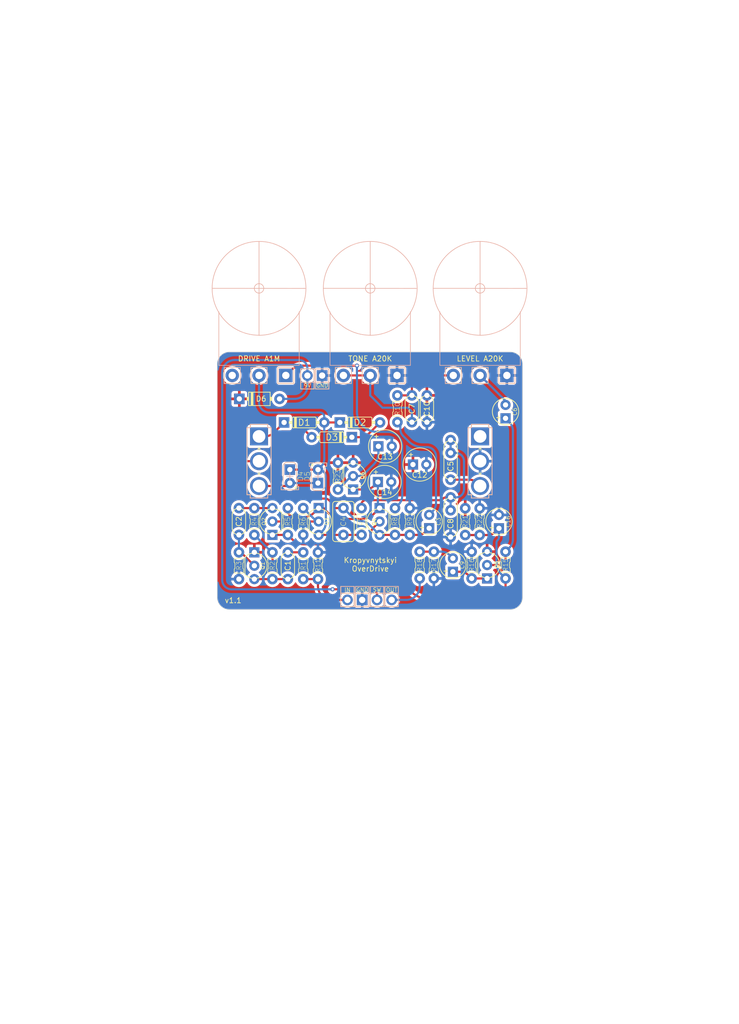
<source format=kicad_pcb>
(kicad_pcb (version 20221018) (generator pcbnew)
  (title_block (title "Kropyvnytskyi Overdrive") (date "2022-11-13") (rev "1.0") (company "Drunk Beaver / Vitalii Bobrov"))
  (layers (0 "F.Cu" signal) (31 "B.Cu" signal) (34 "B.Paste" user) (35 "F.Paste" user) (36 "B.SilkS" user "B.Silkscreen") (37 "F.SilkS" user "F.Silkscreen") (38 "B.Mask" user) (39 "F.Mask" user) (44 "Edge.Cuts" user))
  (net 0 "")
  (net 1 "Net-(C1-Pad1)")
  (net 2 "Net-(Q1-G)")
  (net 3 "Net-(Q1-S)")
  (net 4 "Net-(Q2-G)")
  (net 5 "Net-(Q4-C)")
  (net 6 "Net-(C3-Pad2)")
  (net 7 "Net-(D1-A)")
  (net 8 "Net-(C5-Pad1)")
  (net 9 "Net-(SW2-C)")
  (net 10 "Net-(Q5-B)")
  (net 11 "Net-(C6-Pad2)")
  (net 12 "Net-(C7-Pad1)")
  (net 13 "GND")
  (net 14 "Net-(Q5-E)")
  (net 15 "Net-(C9-Pad2)")
  (net 16 "VA")
  (net 17 "Net-(Q6-B)")
  (net 18 "VC")
  (net 19 "VB")
  (net 20 "Net-(D1-K)")
  (net 21 "Net-(D2-A)")
  (net 22 "Net-(D4-A)")
  (net 23 "Net-(D6-A)")
  (net 24 "Net-(H1-Pad1)")
  (net 25 "Net-(H3-Pad1)")
  (net 26 "Net-(Q2-D)")
  (net 27 "Net-(Q2-S)")
  (net 28 "Net-(R8-Pad2)")
  (net 29 "Net-(C7-Pad2)")
  (footprint "diodes:DO35-3" (layer "F.Cu") (at 98.2472 113.1824 180)
    (fp_text reference "D3" (at 0 0) (layer "F.SilkS") (effects (font (size 1.2065 1.2065) (thickness 0.1524))))
    (fp_text value "1N4148" hide)
    (pad "1" thru_hole rect (at -3.81 0 180) (size 2 2) (drill 1) (layers "*.Cu" "*.Mask") (net 21 "Net-(D2-A)"))
    (pad "2" thru_hole oval (at 3.81 0 180) (size 2 2) (drill 1) (layers "*.Cu" "*.Mask") (net 20 "Net-(D1-K)"))
  )
  (footprint "potentiometers:16MM_B.MOUNT_BANZAI" (layer "F.Cu") (at 126.365 101.473)
    (fp_text reference "RV1" hide)
    (fp_text value "LEVEL A20K" (at 0 -3.175) (layer "F.SilkS"))
    (pad "1" thru_hole rect (at 5.08 0 180) (size 2.54 2.54) (drill 1.4) (layers "*.Cu" "*.Mask") (net 13 "GND"))
    (pad "2" thru_hole oval (at 0 0 180) (size 2.54 2.54) (drill 1.4) (layers "*.Cu" "*.Mask") (net 11 "Net-(C6-Pad2)"))
    (pad "3" thru_hole oval (at -5.08 0 180) (size 2.54 2.54) (drill 1.4) (layers "*.Cu" "*.Mask") (net 12 "Net-(C7-Pad1)"))
  )
  (footprint "supply_pins:PAD3" (layer "F.Cu") (at 104.013 144.018 180)
    (fp_text reference "H10" hide)
    (fp_text value "GND" (at 0 1.905) (layer "F.SilkS") (effects (font (size 0.75 0.75) (thickness 0.1))))
    (pad "1" thru_hole rect (at 0 0 180) (size 2.032 2.032) (drill 1.2) (layers "*.Cu" "*.Mask") (net 13 "GND"))
  )
  (footprint "caps-elec:0632" (layer "F.Cu") (at 108.2548 121.666)
    (fp_text reference "C14" (at 0 1.9685) (layer "F.SilkS"))
    (fp_text value "200u" hide)
    (pad "1" thru_hole rect (at -1.27 0) (size 1.9304 1.9304) (drill 1) (layers "*.Cu" "*.Mask") (net 18 "VC"))
    (pad "2" thru_hole oval (at 1.27 0) (size 1.9304 1.9304) (drill 1) (layers "*.Cu" "*.Mask") (net 13 "GND"))
  )
  (footprint "diodes:DO35-3" (layer "F.Cu") (at 103.5812 110.3884)
    (fp_text reference "D2" (at 0 0) (layer "F.SilkS") (effects (font (size 1.2065 1.2065) (thickness 0.1524))))
    (fp_text value "1N4148" hide)
    (pad "1" thru_hole rect (at -3.81 0) (size 2 2) (drill 1) (layers "*.Cu" "*.Mask") (net 7 "Net-(D1-A)"))
    (pad "2" thru_hole oval (at 3.81 0) (size 2 2) (drill 1) (layers "*.Cu" "*.Mask") (net 21 "Net-(D2-A)"))
  )
  (footprint "resistors:0.2_22" (layer "F.Cu") (at 117.602 137.414 -90)
    (fp_text reference "R17" (at 0 0 90) (layer "F.SilkS") (effects (font (size 0.86868 0.86868) (thickness 0.073152))))
    (fp_text value "100k" hide)
    (pad "1" thru_hole oval (at -2.54 0 270) (size 2 2) (drill 1) (layers "*.Cu" "*.Mask") (net 15 "Net-(C9-Pad2)"))
    (pad "2" thru_hole oval (at 2.54 0 270) (size 2 2) (drill 1) (layers "*.Cu" "*.Mask") (net 13 "GND"))
  )
  (footprint "resistors:0.2_22" (layer "F.Cu") (at 89.916 129.159 -90)
    (fp_text reference "R5" (at 0 0 90) (layer "F.SilkS") (effects (font (size 0.86868 0.86868) (thickness 0.073152))))
    (fp_text value "2k2" hide)
    (pad "1" thru_hole oval (at -2.54 0 270) (size 2 2) (drill 1) (layers "*.Cu" "*.Mask") (net 18 "VC"))
    (pad "2" thru_hole oval (at 2.54 0 270) (size 2 2) (drill 1) (layers "*.Cu" "*.Mask") (net 26 "Net-(Q2-D)"))
  )
  (footprint "transistors-FET:TO92" (layer "F.Cu") (at 83.566 137.541 -90)
    (fp_text reference "Q1" (at 0 -1.5875 90) (layer "F.SilkS") (effects (font (size 0.75 0.75) (thickness 0.1))))
    (fp_text value "J113" hide)
    (pad "1" thru_hole rect (at -2.54 0 270) (size 1.9304 1.9304) (drill 1) (layers "*.Cu" "*.Mask") (net 16 "VA"))
    (pad "2" thru_hole oval (at 0 0 270) (size 1.9304 1.9304) (drill 1) (layers "*.Cu" "*.Mask") (net 3 "Net-(Q1-S)"))
    (pad "3" thru_hole oval (at 2.54 0 270) (size 1.9304 1.9304) (drill 1) (layers "*.Cu" "*.Mask") (net 2 "Net-(Q1-G)"))
  )
  (footprint "logo:drunk_beaver_logo_outline" (layer "F.Cu") (at 121.9708 107.5436)
    (fp_text reference "G***" hide)
    (fp_text value "LOGO" hide)
  )
  (footprint "caps-film:0.2%22.MED" (layer "F.Cu") (at 100.457 129.159 90)
    (fp_text reference "C4" (at 0 0 90) (layer "F.SilkS") (effects (font (size 0.9652 0.9652) (thickness 0.08128))))
    (fp_text value "100p" hide)
    (pad "1" thru_hole oval (at -2.54 0 90) (size 2 2) (drill 1) (layers "*.Cu" "*.Mask") (net 7 "Net-(D1-A)"))
    (pad "2" thru_hole oval (at 2.54 0 90) (size 2 2) (drill 1) (layers "*.Cu" "*.Mask") (net 5 "Net-(Q4-C)"))
  )
  (footprint "transistors-BJT:TO92" (layer "F.Cu") (at 107.315 129.159 -90)
    (fp_text reference "Q4" (at 0.889 1.397 90) (layer "F.SilkS") (effects (font (size 0.7 0.7)) (justify left top)))
    (fp_text value "BC560C" hide)
    (pad "1" thru_hole oval (at 2.54 0 90) (size 1.9304 1.9304) (drill 1) (layers "*.Cu" "*.Mask") (net 5 "Net-(Q4-C)"))
    (pad "2" thru_hole oval (at 0 0 90) (size 1.9304 1.9304) (drill 1) (layers "*.Cu" "*.Mask") (net 26 "Net-(Q2-D)"))
    (pad "3" thru_hole rect (at -2.54 0 90) (size 1.9304 1.9304) (drill 1) (layers "*.Cu" "*.Mask") (net 18 "VC"))
  )
  (footprint "logo:drunk-beaver-text-bebas" (layer "F.Cu") (at 105.6132 134.7216)
    (fp_text reference "G***" hide)
    (fp_text value "LOGO" hide)
  )
  (footprint "potentiometers:16MM_B.MOUNT_BANZAI" (layer "F.Cu") (at 105.537 101.473)
    (fp_text reference "RV3" hide)
    (fp_text value "TONE A20K" (at 0 -3.175) (layer "F.SilkS"))
    (pad "1" thru_hole rect (at 5.08 0 180) (size 2.54 2.54) (drill 1.4) (layers "*.Cu" "*.Mask") (net 13 "GND"))
    (pad "2" thru_hole oval (at 0 0 180) (size 2.54 2.54) (drill 1.4) (layers "*.Cu" "*.Mask") (net 29 "Net-(C7-Pad2)"))
    (pad "3" thru_hole oval (at -5.08 0 180) (size 2.54 2.54) (drill 1.4) (layers "*.Cu" "*.Mask") (net 29 "Net-(C7-Pad2)"))
  )
  (footprint "diodes:3MM_1" (layer "F.Cu") (at 90.297 120.5992 -90)
    (fp_text reference "D4" (at 0 -2.032 90) (layer "F.SilkS") (effects (font (size 0.9652 0.9652) (thickness 0.08128))))
    (fp_text value "LED" hide)
    (fp_text user "+" (at 2.159 -1.143 90) (layer "F.SilkS") (effects (font (size 0.6 0.6))))
    (pad "1" thru_hole rect (at -1.27 0 270) (size 2 2) (drill 1) (layers "*.Cu" "*.Mask") (net 7 "Net-(D1-A)"))
    (pad "2" thru_hole oval (at 1.27 0 270) (size 2 2) (drill 1) (layers "*.Cu" "*.Mask") (net 22 "Net-(D4-A)"))
  )
  (footprint "caps-film:0.2_22_7_5.SML" (layer "F.Cu") (at 120.777 129.5654 -90)
    (fp_text reference "C8" (at 0 0 90) (layer "F.SilkS"))
    (fp_text value "220n" hide)
    (pad "1" thru_hole oval (at -4.9784 0 270) (size 2 2) (drill 1) (layers "*.Cu" "*.Mask") (net 8 "Net-(C5-Pad1)"))
    (pad "1" thru_hole oval (at -2.54 0 270) (size 2 2) (drill 1) (layers "*.Cu" "*.Mask") (net 8 "Net-(C5-Pad1)"))
    (pad "2" thru_hole oval (at 2.54 0 270) (size 2 2) (drill 1) (layers "*.Cu" "*.Mask") (net 13 "GND"))
  )
  (footprint "caps-film:0.2_22.SML" (layer "F.Cu") (at 113.4364 107.7976 -90)
    (fp_text reference "C7" (at 0 0 90) (layer "F.SilkS"))
    (fp_text value "47n" hide)
    (pad "1" thru_hole oval (at -2.54 0 270) (size 2 2) (drill 1) (layers "*.Cu" "*.Mask") (net 12 "Net-(C7-Pad1)"))
    (pad "2" thru_hole oval (at 2.54 0 270) (size 2 2) (drill 1) (layers "*.Cu" "*.Mask") (net 29 "Net-(C7-Pad2)"))
  )
  (footprint "resistors:0.2_22" (layer "F.Cu") (at 99.4156 120.5484 -90)
    (fp_text reference "R23" (at 0 0 90) (layer "F.SilkS") (effects (font (size 0.86868 0.86868) (thickness 0.073152))))
    (fp_text value "4k7" hide)
    (pad "1" thru_hole oval (at -2.54 0 270) (size 2 2) (drill 1) (layers "*.Cu" "*.Mask") (net 16 "VA"))
    (pad "2" thru_hole oval (at 2.54 0 270) (size 2 2) (drill 1) (layers "*.Cu" "*.Mask") (net 17 "Net-(Q6-B)"))
  )
  (footprint "caps-film:0.2_22_7_5.SML" (layer "F.Cu") (at 120.777 118.6942 -90)
    (fp_text reference "C5" (at 0 0 90) (layer "F.SilkS"))
    (fp_text value "220n" hide)
    (pad "1" thru_hole oval (at -4.9784 0 270) (size 2 2) (drill 1) (layers "*.Cu" "*.Mask") (net 8 "Net-(C5-Pad1)"))
    (pad "1" thru_hole oval (at -2.54 0 270) (size 2 2) (drill 1) (layers "*.Cu" "*.Mask") (net 8 "Net-(C5-Pad1)"))
    (pad "2" thru_hole oval (at 2.54 0 270) (size 2 2) (drill 1) (layers "*.Cu" "*.Mask") (net 9 "Net-(SW2-C)"))
  )
  (footprint "switches:125B" (layer "F.Cu") (at 105.41 127.381)
    (fp_text reference "" (at 0 0) (layer "F.SilkS") (effects (font (size 1.524 1.524))))
    (fp_text value "" (at 0 0) (layer "F.SilkS") (effects (font (size 1.524 1.524))))
  )
  (footprint "resistors:0.2_22" (layer "F.Cu") (at 110.236 129.159 90)
    (fp_text reference "R8" (at 0 0 90) (layer "F.SilkS") (effects (font (size 0.86868 0.86868) (thickness 0.073152))))
    (fp_text value "10k" hide)
    (pad "1" thru_hole oval (at -2.54 0 90) (size 2 2) (drill 1) (layers "*.Cu" "*.Mask") (net 5 "Net-(Q4-C)"))
    (pad "2" thru_hole oval (at 2.54 0 90) (size 2 2) (drill 1) (layers "*.Cu" "*.Mask") (net 28 "Net-(R8-Pad2)"))
  )
  (footprint "diodes:DO41-3" (layer "F.Cu") (at 84.5312 105.918)
    (fp_text reference "D6" (at 0.3175 0) (layer "F.SilkS"))
    (fp_text value "1N5817" hide)
    (pad "1" thru_hole rect (at -3.81 0) (size 2 2) (drill 1) (layers "*.Cu" "*.Mask") (net 16 "VA"))
    (pad "2" thru_hole oval (at 3.81 0) (size 2 2) (drill 1) (layers "*.Cu" "*.Mask") (net 23 "Net-(D6-A)"))
  )
  (footprint "resistors:0.2_22" (layer "F.Cu") (at 80.645 137.541 -90)
    (fp_text reference "R3" (at 0 0 90) (layer "F.SilkS") (effects (font (size 0.86868 0.86868) (thickness 0.073152))))
    (fp_text value "10k" hide)
    (pad "1" thru_hole oval (at -2.54 0 270) (size 2 2) (drill 1) (layers "*.Cu" "*.Mask") (net 3 "Net-(Q1-S)"))
    (pad "2" thru_hole oval (at 2.54 0 270) (size 2 2) (drill 1) (layers "*.Cu" "*.Mask") (net 13 "GND"))
  )
  (footprint "switches:SPDT.LUGS" (layer "F.Cu") (at 84.455 117.729)
    (fp_text reference "SW1" hide)
    (fp_text value "CLIP" hide)
    (pad "1" thru_hole rect locked (at 0 -4.699) (size 3.416 3.416) (drill 2.4) (layers "*.Cu" "*.Mask") (net 20 "Net-(D1-K)"))
    (pad "2" thru_hole oval locked (at 0 0) (size 3.416 3.416) (drill 2.4) (layers "*.Cu" "*.Mask") (net 5 "Net-(Q4-C)"))
    (pad "3" thru_hole oval locked (at 0 4.699) (size 3.416 3.416) (drill 2.4) (layers "*.Cu" "*.Mask") (net 22 "Net-(D4-A)"))
  )
  (footprint "resistors:0.2_22" (layer "F.Cu") (at 110.6932 107.7976 90)
    (fp_text reference "R10" (at 0 0 90) (layer "F.SilkS") (effects (font (size 0.86868 0.86868) (thickness 0.073152))))
    (fp_text value "10k" hide)
    (pad "1" thru_hole oval (at -2.54 0 90) (size 2 2) (drill 1) (layers "*.Cu" "*.Mask") (net 6 "Net-(C3-Pad2)"))
    (pad "2" thru_hole oval (at 2.54 0 90) (size 2 2) (drill 1) (layers "*.Cu" "*.Mask") (net 12 "Net-(C7-Pad1)"))
  )
  (footprint "resistors:0.2_22" (layer "F.Cu") (at 103.886 129.159 90)
    (fp_text reference "R7" (at 0 0 90) (layer "F.SilkS") (effects (font (size 0.86868 0.86868) (thickness 0.073152))))
    (fp_text value "1k" hide)
    (pad "1" thru_hole oval (at -2.54 0 90) (size 2 2) (drill 1) (layers "*.Cu" "*.Mask") (net 7 "Net-(D1-A)"))
    (pad "2" thru_hole oval (at 2.54 0 90) (size 2 2) (drill 1) (layers "*.Cu" "*.Mask") (net 8 "Net-(C5-Pad1)"))
  )
  (footprint "resistors:0.2_22" (layer "F.Cu") (at 83.566 129.159 90)
    (fp_text reference "R4" (at 0 0 90) (layer "F.SilkS") (effects (font (size 0.86868 0.86868) (thickness 0.073152))))
    (fp_text value "100k" hide)
    (pad "1" thru_hole oval (at -2.54 0 90) (size 2 2) (drill 1) (layers "*.Cu" "*.Mask") (net 19 "VB"))
    (pad "2" thru_hole oval (at 2.54 0 90) (size 2 2) (drill 1) (layers "*.Cu" "*.Mask") (net 4 "Net-(Q2-G)"))
  )
  (footprint "resistors:0.2_22" (layer "F.Cu") (at 123.5456 129.1844 -90)
    (fp_text reference "R21" (at 0 0 90) (layer "F.SilkS") (effects (font (size 0.86868 0.86868) (thickness 0.073152))))
    (fp_text value "10k" hide)
    (pad "1" thru_hole oval (at -2.54 0 270) (size 2 2) (drill 1) (layers "*.Cu" "*.Mask") (net 16 "VA"))
    (pad "2" thru_hole oval (at 2.54 0 270) (size 2 2) (drill 1) (layers "*.Cu" "*.Mask") (net 19 "VB"))
  )
  (footprint "caps-elec:0502" (layer "F.Cu") (at 116.713 129.159 90)
    (fp_text reference "C3" (at 0 1.778 90) (layer "F.SilkS") (effects (font (size 0.77216 0.77216) (thickness 0.097536))))
    (fp_text value "1u" hide)
    (pad "1" thru_hole rect (at -1.27 0 90) (size 1.9304 1.9304) (drill 1) (layers "*.Cu" "*.Mask") (net 5 "Net-(Q4-C)"))
    (pad "2" thru_hole oval (at 1.27 0 90) (size 1.9304 1.9304) (drill 1) (layers "*.Cu" "*.Mask") (net 6 "Net-(C3-Pad2)"))
  )
  (footprint "caps-elec:0632" (layer "F.Cu") (at 108.3564 114.9096)
    (fp_text reference "C13" (at 0 1.9685) (layer "F.SilkS"))
    (fp_text value "100u" hide)
    (pad "1" thru_hole rect (at -1.27 0) (size 1.9304 1.9304) (drill 1) (layers "*.Cu" "*.Mask") (net 17 "Net-(Q6-B)"))
    (pad "2" thru_hole oval (at 1.27 0) (size 1.9304 1.9304) (drill 1) (layers "*.Cu" "*.Mask") (net 13 "GND"))
  )
  (footprint "caps-elec:0502" (layer "F.Cu") (at 131.191 108.331 90)
    (fp_text reference "C6" (at 0 1.778 90) (layer "F.SilkS") (effects (font (size 0.77216 0.77216) (thickness 0.097536))))
    (fp_text value "1u" hide)
    (pad "1" thru_hole rect (at -1.27 0 90) (size 1.9304 1.9304) (drill 1) (layers "*.Cu" "*.Mask") (net 10 "Net-(Q5-B)"))
    (pad "2" thru_hole oval (at 1.27 0 90) (size 1.9304 1.9304) (drill 1) (layers "*.Cu" "*.Mask") (net 11 "Net-(C6-Pad2)"))
  )
  (footprint "resistors:0.2_22" (layer "F.Cu") (at 86.995 137.541 -90)
    (fp_text reference "R2" (at 0 0 90) (layer "F.SilkS") (effects (font (size 0.86868 0.86868) (thickness 0.073152))))
    (fp_text value "1M" hide)
    (pad "1" thru_hole oval (at -2.54 0 270) (size 2 2) (drill 1) (layers "*.Cu" "*.Mask") (net 19 "VB"))
    (pad "2" thru_hole oval (at 2.54 0 270) (size 2 2) (drill 1) (layers "*.Cu" "*.Mask") (net 2 "Net-(Q1-G)"))
  )
  (footprint "resistors:0.2_22" (layer "F.Cu") (at 95.631 137.541 90)
    (fp_text reference "R11" (at 0 0 90) (layer "F.SilkS") (effects (font (size 0.86868 0.86868) (thickness 0.073152))))
    (fp_text value "2M2" hide)
    (pad "1" thru_hole oval (at -2.54 0 90) (size 2 2) (drill 1) (layers "*.Cu" "*.Mask") (net 24 "Net-(H1-Pad1)"))
    (pad "2" thru_hole oval (at 2.54 0 90) (size 2 2) (drill 1) (layers "*.Cu" "*.Mask") (net 13 "GND"))
  )
  (footprint "resistors:0.2_22" (layer "F.Cu") (at 113.03 129.159 90)
    (fp_text reference "R9" (at 0 0 90) (layer "F.SilkS") (effects (font (size 0.86868 0.86868) (thickness 0.073152))))
    (fp_text value "2k2" hide)
    (pad "1" thru_hole oval (at -2.54 0 90) (size 2 2) (drill 1) (layers "*.Cu" "*.Mask") (net 5 "Net-(Q4-C)"))
    (pad "2" thru_hole oval (at 2.54 0 90) (size 2 2) (drill 1) (layers "*.Cu" "*.Mask") (net 13 "GND"))
  )
  (footprint "caps-film:0.2_22.SML" (layer "F.Cu") (at 89.916 137.541 -90)
    (fp_text reference "C1" (at 0 0 90) (layer "F.SilkS"))
    (fp_text value "47n" hide)
    (pad "1" thru_hole oval (at -2.54 0 270) (size 2 2) (drill 1) (layers "*.Cu" "*.Mask") (net 1 "Net-(C1-Pad1)"))
    (pad "2" thru_hole oval (at 2.54 0 270) (size 2 2) (drill 1) (layers "*.Cu" "*.Mask") (net 2 "Net-(Q1-G)"))
  )
  (footprint "resistors:0.2_22" (layer "F.Cu") (at 131.191 137.414 90)
    (fp_text reference "R15" (at 0 0 90) (layer "F.SilkS") (effects (font (size 0.86868 0.86868) (thickness 0.073152))))
    (fp_text value "1M" hide)
    (pad "1" thru_hole oval (at -2.54 0 90) (size 2 2) (drill 1) (layers "*.Cu" "*.Mask") (net 19 "VB"))
    (pad "2" thru_hole oval (at 2.54 0 90) (size 2 2) (drill 1) (layers "*.Cu" "*.Mask") (net 10 "Net-(Q5-B)"))
  )
  (footprint "caps-elec:0632" (layer "F.Cu") (at 114.9096 118.364)
    (fp_text reference "C12" (at 0 1.9685) (layer "F.SilkS"))
    (fp_text value "100u" hide)
    (pad "1" thru_hole rect (at -1.27 0) (size 1.9304 1.9304) (drill 1) (layers "*.Cu" "*.Mask") (net 16 "VA"))
    (pad "2" thru_hole oval (at 1.27 0) (size 1.9304 1.9304) (drill 1) (layers "*.Cu" "*.Mask") (net 13 "GND"))
  )
  (footprint "transistors-FET:TO92" (layer "F.Cu") (at 86.995 129.159 90)
    (fp_text reference "Q2" (at 0 -1.5875 90) (layer "F.SilkS") (effects (font (size 0.75 0.75) (thickness 0.1))))
    (fp_text value "J113" hide)
    (pad "1" thru_hole rect (at -2.54 0 90) (size 1.9304 1.9304) (drill 1) (layers "*.Cu" "*.Mask") (net 26 "Net-(Q2-D)"))
    (pad "2" thru_hole oval (at 0 0 90) (size 1.9304 1.9304) (drill 1) (layers "*.Cu" "*.Mask") (net 27 "Net-(Q2-S)"))
    (pad "3" thru_hole oval (at 2.54 0 90) (size 1.9304 1.9304) (drill 1) (layers "*.Cu" "*.Mask") (net 4 "Net-(Q2-G)"))
  )
  (footprint "transistors-FET:TO92" (layer "F.Cu") (at 95.758 129.159 -90)
    (fp_text reference "Q3" (at 0 -1.5875 90) (layer "F.SilkS") (effects (font (size 0.75 0.75) (thickness 0.1))))
    (fp_text value "J113" hide)
    (pad "1" thru_hole rect (at -2.54 0 270) (size 1.9304 1.9304) (drill 1) (layers "*.Cu" "*.Mask") (net 18 "VC"))
    (pad "2" thru_hole oval (at 0 0 270) (size 1.9304 1.9304) (drill 1) (layers "*.Cu" "*.Mask") (net 27 "Net-(Q2-S)"))
    (pad "3" thru_hole oval (at 2.54 0 270) (size 1.9304 1.9304) (drill 1) (layers "*.Cu" "*.Mask") (net 7 "Net-(D1-A)"))
  )
  (footprint "transistors-BJT:TO92" (layer "F.Cu") (at 102.298501 120.5484 90)
    (fp_text reference "Q6" (at 0.889 1.397 90) (layer "F.SilkS") (effects (font (size 0.7 0.7)) (justify right top)))
    (fp_text value "BC547" hide)
    (pad "1" thru_hole oval (at 2.54 0 270) (size 1.9304 1.9304) (drill 1) (layers "*.Cu" "*.Mask") (net 16 "VA"))
    (pad "2" thru_hole oval (at 0 0 270) (size 1.9304 1.9304) (drill 1) (layers "*.Cu" "*.Mask") (net 17 "Net-(Q6-B)"))
    (pad "3" thru_hole rect (at -2.54 0 270) (size 1.9304 1.9304) (drill 1) (layers "*.Cu" "*.Mask") (net 18 "VC"))
  )
  (footprint "supply_pins:PAD3" (layer "F.Cu") (at 96.4184 101.4984)
    (fp_text reference "H7" hide)
    (fp_text value "GND" (at 0 1.905) (layer "F.SilkS") (effects (font (size 0.75 0.75) (thickness 0.1))))
    (pad "1" thru_hole rect (at 0 0) (size 2.032 2.032) (drill 1.2) (layers "*.Cu" "*.Mask") (net 13 "GND"))
  )
  (footprint "resistors:0.2_22" (layer "F.Cu") (at 92.837 137.541 90)
    (fp_text reference "R1" (at 0 0 90) (layer "F.SilkS") (effects (font (size 0.86868 0.86868) (thickness 0.073152))))
    (fp_text value "10k" hide)
    (pad "1" thru_hole oval (at -2.54 0 90) (size 2 2) (drill 1) (layers "*.Cu" "*.Mask") (net 24 "Net-(H1-Pad1)"))
    (pad "2" thru_hole oval (at 2.54 0 90) (size 2 2) (drill 1) (layers "*.Cu" "*.Mask") (net 1 "Net-(C1-Pad1)"))
  )
  (footprint "supply_pins:PAD1" (layer "F.Cu") (at 109.601 144.018 180)
    (fp_text reference "H3" hide)
    (fp_text value "OUT" (at 0 1.905) (layer "F.SilkS") (effects (font (size 0.75 0.75) (thickness 0.1))))
    (pad "1" thru_hole oval (at 0 0 180) (size 2.032 2.032) (drill 1.2) (layers "*.Cu" "*.Mask") (net 25 "Net-(H3-Pad1)"))
  )
  (footprint "supply_pins:PAD1" (layer "F.Cu") (at 106.8324 144.018 180)
    (fp_text reference "H2" hide)
    (fp_text value "SW" (at 0 1.905) (layer "F.SilkS") (effects (font (size 0.75 0.75) (thickness 0.1))))
    (pad "1" thru_hole oval (at 0 0 180) (size 2.032 2.032) (drill 1.2) (layers "*.Cu" "*.Mask") (net 23 "Net-(D6-A)"))
  )
  (footprint "switches:SPDT.LUGS" (layer "F.Cu") (at 126.365 117.729)
    (fp_text reference "SW2" hide)
    (fp_text value "EQ" hide)
    (pad "1" thru_hole rect locked (at 0 -4.699) (size 3.416 3.416) (drill 2.4) (layers "*.Cu" "*.Mask"))
    (pad "2" thru_hole oval locked (at 0 0) (size 3.416 3.416) (drill 2.4) (layers "*.Cu" "*.Mask") (net 13 "GND"))
    (pad "3" thru_hole oval locked (at 0 4.699) (size 3.416 3.416) (drill 2.4) (layers "*.Cu" "*.Mask") (net 9 "Net-(SW2-C)"))
  )
  (footprint "supply_pins:PAD1" (layer "F.Cu") (at 93.6244 101.4984)
    (fp_text reference "H9" hide)
    (fp_text value "9V" (at 0 1.905) (layer "F.SilkS") (effects (font (size 0.75 0.75) (thickness 0.1))))
    (pad "1" thru_hole oval (at 0 0) (size 2.032 2.032) (drill 1.2) (layers "*.Cu" "*.Mask") (net 23 "Net-(D6-A)"))
  )
  (footprint "resistors:0.2_22" (layer "F.Cu") (at 92.837 129.159 -90)
    (fp_text reference "R6" (at 0 0 90) (layer "F.SilkS") (effects (font (size 0.86868 0.86868) (thickness 0.073152))))
    (fp_text value "4k7" hide)
    (pad "1" thru_hole oval (at -2.54 0 270) (size 2 2) (drill 1) (layers "*.Cu" "*.Mask") (net 27 "Net-(Q2-S)"))
    (pad "2" thru_hole oval (at 2.54 0 270) (size 2 2) (drill 1) (layers "*.Cu" "*.Mask") (net 13 "GND"))
  )
  (footprint "supply_pins:PAD1" (layer "F.Cu") (at 101.219 144.018 180)
    (fp_text reference "H1" hide)
    (fp_text value "IN" (at 0 1.905) (layer "F.SilkS") (effects (font (size 0.75 0.75) (thickness 0.1))))
    (pad "1" thru_hole oval (at 0 0 180) (size 2.032 2.032) (drill 1.2) (layers "*.Cu" "*.Mask") (net 24 "Net-(H1-Pad1)"))
  )
  (footprint "potentiometers:16MM_B.MOUNT_BANZAI" (layer "F.Cu") (at 84.455 101.473)
    (fp_text reference "RV2" hide)
    (fp_text value "DRIVE A1M" (at 0 -3.175) (layer "F.SilkS"))
    (pad "1" thru_hole rect locked (at 5.08 0 180) (size 2.54 2.54) (drill 1.4) (layers "*.Cu" "*.Mask") (net 28 "Net-(R8-Pad2)"))
    (pad "2" thru_hole oval locked (at 0 0 180) (size 2.54 2.54) (drill 1.4) (layers "*.Cu" "*.Mask") (net 7 "Net-(D1-A)"))
    (pad "3" thru_hole oval locked (at -5.08 0 180) (size 2.54 2.54) (drill 1.4) (layers "*.Cu" "*.Mask"))
  )
  (footprint "diodes:3MM_1" (layer "F.Cu") (at 95.631 120.5992 90)
    (fp_text reference "D5" (at 0 -2.032 90) (layer "F.SilkS") (effects (font (size 0.9652 0.9652) (thickness 0.08128))))
    (fp_text value "LED" hide)
    (fp_text user "+" (at 2.159 -1.143 90) (layer "F.SilkS") (effects (font (size 0.6 0.6))))
    (pad "1" thru_hole rect (at -1.27 0 90) (size 2 2) (drill 1) (layers "*.Cu" "*.Mask") (net 22 "Net-(D4-A)"))
    (pad "2" thru_hole oval (at 1.27 0 90) (size 2 2) (drill 1) (layers "*.Cu" "*.Mask") (net 7 "Net-(D1-A)"))
  )
  (footprint "resistors:0.2_22" (layer "F.Cu") (at 124.7648 137.414 90)
    (fp_text reference "R16" (at 0 0 90) (layer "F.SilkS") (effects (font (size 0.86868 0.86868) (thickness 0.073152))))
    (fp_text value "10k" hide)
    (pad "1" thru_hole oval (at -2.54 0 90) (size 2 2) (drill 1) (layers "*.Cu" "*.Mask") (net 14 "Net-(Q5-E)"))
    (pad "2" thru_hole oval (at 2.54 0 90) (size 2 2) (drill 1) (layers "*.Cu" "*.Mask") (net 13 "GND"))
  )
  (footprint "resistors:0.2_22" (layer "F.Cu") (at 114.9096 137.414 -90)
    (fp_text reference "R18" (at 0 0 90) (layer "F.SilkS") (effects (font (size 0.86868 0.86868) (thickness 0.073152))))
    (fp_text value "1k" hide)
    (pad "1" thru_hole oval (at -2.54 0 270) (size 2 2) (drill 1) (layers "*.Cu" "*.Mask") (net 15 "Net-(C9-Pad2)"))
    (pad "2" thru_hole oval (at 2.54 0 270) (size 2 2) (drill 1) (layers "*.Cu" "*.Mask") (net 25 "Net-(H3-Pad1)"))
  )
  (footprint "caps-film:0.2_22.SML" (layer "F.Cu") (at 116.2812 107.7976 -90)
    (fp_text reference "C10" (at 0 0 90) (layer "F.SilkS"))
    (fp_text value "100n" hide)
    (pad "1" thru_hole oval (at -2.54 0 270) (size 2 2) (drill 1) (layers "*.Cu" "*.Mask") (net 16 "VA"))
    (pad "2" thru_hole oval (at 2.54 0 270) (size 2 2) (drill 1) (layers "*.Cu" "*.Mask") (net 13 "GND"))
  )
  (footprint "transistors-BJT:TO92" (layer "F.Cu") (at 127.698501 137.414 90)
    (fp_text reference "Q5" (at 0.889 1.397 90) (layer "F.SilkS") (effects (font (size 0.7 0.7)) (justify right top)))
    (fp_text value "BC550C" hide)
    (pad "1" thru_hole oval (at 2.54 0 270) (size 1.9304 1.9304) (drill 1) (layers "*.Cu" "*.Mask") (net 16 "VA"))
    (pad "2" thru_hole oval (at 0 0 270) (size 1.9304 1.9304) (drill 1) (layers "*.Cu" "*.Mask") (net 10 "Net-(Q5-B)"))
    (pad "3" thru_hole rect (at -2.54 0 270) (size 1.9304 1.9304) (drill 1) (layers "*.Cu" "*.Mask") (net 14 "Net-(Q5-E)"))
  )
  (footprint "caps-film:0.2_22.SML" (layer "F.Cu") (at 80.645 129.159 90)
    (fp_text reference "C2" (at 0 0 90) (layer "F.SilkS"))
    (fp_text value "47n" hide)
    (pad "1" thru_hole oval (at -2.54 0 90) (size 2 2) (drill 1) (layers "*.Cu" "*.Mask") (net 3 "Net-(Q1-S)"))
    (pad "2" thru_hole oval (at 2.54 0 90) (size 2 2) (drill 1) (layers "*.Cu" "*.Mask") (net 4 "Net-(Q2-G)"))
  )
  (footprint "caps-elec:0502" (layer "F.Cu") (at 121.2088 137.414 90)
    (fp_text reference "C9" (at 0 1.778 90) (layer "F.SilkS") (effects (font (size 0.77216 0.77216) (thickness 0.097536))))
    (fp_text value "1u" hide)
    (pad "1" thru_hole rect (at -1.27 0 90) (size 1.9304 1.9304) (drill 1) (layers "*.Cu" "*.Mask") (net 14 "Net-(Q5-E)"))
    (pad "2" thru_hole oval (at 1.27 0 90) (size 1.9304 1.9304) (drill 1) (layers "*.Cu" "*.Mask") (net 15 "Net-(C9-Pad2)"))
  )
  (footprint "resistors:0.2_22" (layer "F.Cu") (at 126.2888 129.1844 90)
    (fp_text reference "R22" (at 0 0 90) (layer "F.SilkS") (effects (font (size 0.86868 0.86868) (thickness 0.073152))))
    (fp_text value "10k" hide)
    (pad "1" thru_hole oval (at -2.54 0 90) (size 2 2) (drill 1) (layers "*.Cu" "*.Mask") (net 19 "VB"))
    (pad "2" thru_hole oval (at 2.54 0 90) (size 2 2) (drill 1) (layers "*.Cu" "*.Mask") (net 13 "GND"))
  )
  (footprint "diodes:DO35-3" (layer "F.Cu") (at 93.0148 110.3884)
    (fp_text reference "D1" (at 0 0) (layer "F.SilkS") (effects (font (size 1.2065 1.2065) (thickness 0.1524))))
    (fp_text value "1N4148" hide)
    (pad "1" thru_hole rect (at -3.81 0) (size 2 2) (drill 1) (layers "*.Cu" "*.Mask") (net 20 "Net-(D1-K)"))
    (pad "2" thru_hole oval (at 3.81 0) (size 2 2) (drill 1) (layers "*.Cu" "*.Mask") (net 7 "Net-(D1-A)"))
  )
  (footprint "caps-elec:0502" (layer "F.Cu") (at 129.9464 129.1844 90)
    (fp_text reference "C16" (at 0 1.778 90) (layer "F.SilkS") (effects (font (size 0.77216 0.77216) (thickness 0.097536))))
    (fp_text value "47u" hide)
    (pad "1" thru_hole rect (at -1.27 0 90) (size 1.9304 1.9304) (drill 1) (layers "*.Cu" "*.Mask") (net 19 "VB"))
    (pad "2" thru_hole oval (at 1.27 0 90) (size 1.9304 1.9304) (drill 1) (layers "*.Cu" "*.Mask") (net 13 "GND"))
  )
  (gr_arc (start 132.114554 97.028) (mid 133.731 97.697554) (end 134.400554 99.314) (stroke (width 0.1)) (layer "Edge.Cuts"))
  (gr_line (start 78.832446 145.830554) (end 132.114554 145.830554) (stroke (width 0.1)) (layer "Edge.Cuts"))
  (gr_arc (start 134.400554 143.544554) (mid 133.731 145.161) (end 132.114554 145.830554) (stroke (width 0.1)) (layer "Edge.Cuts"))
  (gr_line (start 134.400554 99.314) (end 134.400554 143.544554) (stroke (width 0.1)) (layer "Edge.Cuts"))
  (gr_arc (start 76.546446 99.314) (mid 77.216 97.697554) (end 78.832446 97.028) (stroke (width 0.1)) (layer "Edge.Cuts"))
  (gr_line (start 132.114554 97.028) (end 78.832446 97.028) (stroke (width 0.1)) (layer "Edge.Cuts"))
  (gr_arc (start 78.832446 145.830554) (mid 77.216 145.161) (end 76.546446 143.544554) (stroke (width 0.1)) (layer "Edge.Cuts"))
  (gr_line (start 76.546446 99.314) (end 76.546446 143.544554) (stroke (width 0.1)) (layer "Edge.Cuts"))
  (gr_text "Kropyvnytskyi\nOverDrive" (at 105.5624 137.3124) (layer "F.SilkS") (effects (font (size 1 1))))
  (gr_text "v1.1" (at 79.5528 144.1196) (layer "F.SilkS") (effects (font (size 1 1))))
  (segment (start 89.916 135.001) (end 92.837 135.001) (width 0.4) (layer "F.Cu") (net 1))
  (segment (start 86.995 140.081) (end 89.916 140.081) (width 0.4) (layer "F.Cu") (net 2))
  (segment (start 86.995 140.081) (end 83.566 140.081) (width 0.4) (layer "F.Cu") (net 2))
  (segment (start 81.026 135.001) (end 83.566 137.541) (width 0.4) (layer "F.Cu") (net 3))
  (segment (start 80.645 131.699) (end 80.645 135.001) (width 0.4) (layer "B.Cu") (net 3))
  (segment (start 83.566 126.619) (end 80.645 126.619) (width 0.4) (layer "F.Cu") (net 4))
  (segment (start 83.566 126.619) (end 86.995 126.619) (width 0.4) (layer "F.Cu") (net 4))
  (segment (start 80.264 119.246617) (end 80.264 122.040527) (width 0.4) (layer "F.Cu") (net 5))
  (segment (start 97.7646 125.1458) (end 97.897234 125.278434) (width 0.4) (layer "F.Cu") (net 5))
  (segment (start 96.967426 124.8156) (end 83.039072 124.8156) (width 0.4) (layer "F.Cu") (net 5))
  (segment (start 110.236 131.699) (end 107.315 131.699) (width 0.4) (layer "F.Cu") (net 5))
  (segment (start 99.092091 126.619) (end 100.457 126.619) (width 0.4) (layer "F.Cu") (net 5))
  (segment (start 114.544974 131.699) (end 113.03 131.699) (width 0.4) (layer "F.Cu") (net 5))
  (segment (start 81.781617 117.729) (end 84.455 117.729) (width 0.4) (layer "F.Cu") (net 5))
  (segment (start 98.292365 126.232365) (end 98.3869 126.3269) (width 0.4) (layer "F.Cu") (net 5))
  (segment (start 116.078 131.064) (end 116.713 130.429) (width 0.4) (layer "F.Cu") (net 5))
  (segment (start 110.236 131.699) (end 113.03 131.699) (width 0.4) (layer "F.Cu") (net 5))
  (arc (start 81.781617 117.729) (mid 81.20085 117.844521) (end 80.7085 118.1735) (width 0.4) (layer "F.Cu") (net 5))
  (arc (start 81.0768 124.0028) (mid 81.977098 124.60436) (end 83.039072 124.8156) (width 0.4) (layer "F.Cu") (net 5))
  (arc (start 97.7646 125.1458) (mid 97.398853 124.901416) (end 96.967426 124.8156) (width 0.4) (layer "F.Cu") (net 5))
  (arc (start 116.078 131.064) (mid 115.374641 131.533968) (end 114.544974 131.699) (width 0.4) (layer "F.Cu") (net 5))
  (arc (start 98.3869 126.3269) (mid 98.710444 126.543085) (end 99.092091 126.619) (width 0.4) (layer "F.Cu") (net 5))
  (arc (start 97.897234 125.278434) (mid 98.043454 125.497267) (end 98.0948 125.7554) (width 0.4) (layer "F.Cu") (net 5))
  (arc (start 80.7085 118.1735) (mid 80.379521 118.66585) (end 80.264 119.246617) (width 0.4) (layer "F.Cu") (net 5))
  (arc (start 98.0948 125.7554) (mid 98.146145 126.013531) (end 98.292365 126.232365) (width 0.4) (layer "F.Cu") (net 5))
  (arc (start 80.264 122.040527) (mid 80.475239 123.102501) (end 81.0768 124.0028) (width 0.4) (layer "F.Cu") (net 5))
  (segment (start 105.327417 129.711417) (end 107.315 131.699) (width 0.4) (layer "B.Cu") (net 5))
  (segment (start 102.292182 128.454182) (end 100.457 126.619) (width 0.4) (layer "B.Cu") (net 5))
  (arc (start 102.292182 128.454182) (mid 102.988471 128.919427) (end 103.8098 129.0828) (width 0.4) (layer "B.Cu") (net 5))
  (arc (start 105.327417 129.711417) (mid 104.631128 129.246172) (end 103.8098 129.0828) (width 0.4) (layer "B.Cu") (net 5))
  (segment (start 117.3607 127.2413) (end 116.713 127.889) (width 0.4) (layer "B.Cu") (net 6))
  (segment (start 116.273979 115.062) (end 115.443 115.062) (width 0.4) (layer "B.Cu") (net 6))
  (segment (start 111.252 111.6584) (end 111.252 110.8964) (width 0.4) (layer "B.Cu") (net 6))
  (segment (start 112.798008 113.966408) (end 111.790815 112.959215) (width 0.4) (layer "B.Cu") (net 6))
  (segment (start 118.0084 125.677613) (end 118.0084 116.79642) (width 0.4) (layer "B.Cu") (net 6))
  (arc (start 112.798008 113.966408) (mid 114.01154 114.777264) (end 115.443 115.062) (width 0.4) (layer "B.Cu") (net 6))
  (arc (start 118.0084 125.677613) (mid 117.840068 126.523874) (end 117.3607 127.2413) (width 0.4) (layer "B.Cu") (net 6))
  (arc (start 117.5004 115.57) (mid 116.937713 115.194024) (end 116.273979 115.062) (width 0.4) (layer "B.Cu") (net 6))
  (arc (start 111.252 111.6584) (mid 111.392033 112.362396) (end 111.790815 112.959215) (width 0.4) (layer "B.Cu") (net 6))
  (arc (start 117.5004 115.57) (mid 117.876375 116.132686) (end 118.0084 116.79642) (width 0.4) (layer "B.Cu") (net 6))
  (segment (start 96.8248 110.3884) (end 99.7712 110.3884) (width 0.4) (layer "F.Cu") (net 7))
  (segment (start 100.457 131.699) (end 103.886 131.699) (width 0.4) (layer "F.Cu") (net 7))
  (segment (start 100.457 131.699) (end 95.758 131.699) (width 0.4) (layer "F.Cu") (net 7))
  (segment (start 90.297 119.3292) (end 95.631 119.3292) (width 0.4) (layer "F.Cu") (net 7))
  (segment (start 96.04431 108.5088) (end 86.406223 108.5088) (width 0.4) (layer "B.Cu") (net 7))
  (segment (start 97.1232 120.70581) (end 97.1232 129.368457) (width 0.4) (layer "B.Cu") (net 7))
  (segment (start 96.8248 110.3884) (end 96.8248 117.291255) (width 0.4) (layer "B.Cu") (net 7))
  (segment (start 84.455 106.557576) (end 84.455 101.473) (width 0.4) (layer "B.Cu") (net 7))
  (segment (start 96.72 119.7324) (end 96.3168 119.3292) (width 0.4) (layer "B.Cu") (net 7))
  (segment (start 96.4406 131.0164) (end 95.758 131.699) (width 0.4) (layer "B.Cu") (net 7))
  (segment (start 96.2279 118.7323) (end 95.631 119.3292) (width 0.4) (layer "B.Cu") (net 7))
  (segment (start 96.8248 109.289289) (end 96.8248 110.3884) (width 0.4) (layer "B.Cu") (net 7))
  (arc (start 85.0265 107.9373) (mid 85.659522 108.360271) (end 86.406223 108.5088) (width 0.4) (layer "B.Cu") (net 7))
  (arc (start 84.455 106.557576) (mid 84.603528 107.304277) (end 85.0265 107.9373) (width 0.4) (layer "B.Cu") (net 7))
  (arc (start 97.1232 129.368457) (mid 96.945798 130.260317) (end 96.4406 131.0164) (width 0.4) (layer "B.Cu") (net 7))
  (arc (start 96.5962 108.7374) (mid 96.765388 108.990608) (end 96.8248 109.289289) (width 0.4) (layer "B.Cu") (net 7))
  (arc (start 96.72 119.7324) (mid 97.018411 120.179004) (end 97.1232 120.70581) (width 0.4) (layer "B.Cu") (net 7))
  (arc (start 96.5962 108.7374) (mid 96.34299 108.568211) (end 96.04431 108.5088) (width 0.4) (layer "B.Cu") (net 7))
  (arc (start 96.8248 117.291255) (mid 96.66967 118.071143) (end 96.2279 118.7323) (width 0.4) (layer "B.Cu") (net 7))
  (segment (start 118.647229 125.1204) (end 104.666489 125.1204) (width 0.4) (layer "F.Cu") (net 8))
  (segment (start 103.886 125.900889) (end 103.886 126.619) (width 0.4) (layer "F.Cu") (net 8))
  (segment (start 119.93497 124.587) (end 120.777 124.587) (width 0.4) (layer "F.Cu") (net 8))
  (arc (start 104.1146 125.349) (mid 103.945411 125.602208) (end 103.886 125.900889) (width 0.4) (layer "F.Cu") (net 8))
  (arc (start 119.2911 124.8537) (mid 118.995689 125.051086) (end 118.647229 125.1204) (width 0.4) (layer "F.Cu") (net 8))
  (arc (start 104.666489 125.1204) (mid 104.367808 125.179811) (end 104.1146 125.349) (width 0.4) (layer "F.Cu") (net 8))
  (arc (start 119.93497 124.587) (mid 119.58651 124.656313) (end 119.2911 124.8537) (width 0.4) (layer "F.Cu") (net 8))
  (segment (start 120.777 124.587) (end 121.799382 124.587) (width 0.4) (layer "B.Cu") (net 8))
  (segment (start 123.317 123.069382) (end 123.317 117.758538) (width 0.4) (layer "B.Cu") (net 8))
  (segment (start 120.777 124.587) (end 120.777 127.0254) (width 0.4) (layer "B.Cu") (net 8))
  (segment (start 121.712661 116.1542) (end 120.777 116.1542) (width 0.4) (layer "B.Cu") (net 8))
  (segment (start 120.777 116.1542) (end 120.777 113.7158) (width 0.4) (layer "B.Cu") (net 8))
  (arc (start 122.8725 124.1425) (mid 122.380149 124.471478) (end 121.799382 124.587) (width 0.4) (layer "B.Cu") (net 8))
  (arc (start 123.317 123.069382) (mid 123.201478 123.650149) (end 122.8725 124.1425) (width 0.4) (layer "B.Cu") (net 8))
  (arc (start 122.8471 116.6241) (mid 122.326614 116.276323) (end 121.712661 116.1542) (width 0.4) (layer "B.Cu") (net 8))
  (arc (start 122.8471 116.6241) (mid 123.194876 117.144584) (end 123.317 117.758538) (width 0.4) (layer "B.Cu") (net 8))
  (segment (start 124.327055 121.2342) (end 120.777 121.2342) (width 0.4) (layer "F.Cu") (net 9))
  (segment (start 125.7681 121.8311) (end 126.365 122.428) (width 0.4) (layer "F.Cu") (net 9))
  (arc (start 125.7681 121.8311) (mid 125.106943 121.389329) (end 124.327055 121.2342) (width 0.4) (layer "F.Cu") (net 9))
  (segment (start 130.106987 137.414) (end 127.698501 137.414) (width 0.4) (layer "F.Cu") (net 10))
  (segment (start 131.191 136.329987) (end 131.191 134.874) (width 0.4) (layer "F.Cu") (net 10))
  (arc (start 131.191 136.329987) (mid 131.108484 136.74482) (end 130.8735 137.0965) (width 0.4) (layer "F.Cu") (net 10))
  (arc (start 130.8735 137.0965) (mid 130.52182 137.331484) (end 130.106987 137.414) (width 0.4) (layer "F.Cu") (net 10))
  (segment (start 131.8895 134.1755) (end 131.191 134.874) (width 0.4) (layer "B.Cu") (net 10))
  (segment (start 131.8895 110.2995) (end 131.191 109.601) (width 0.4) (layer "B.Cu") (net 10))
  (segment (start 132.588 132.489171) (end 132.588 111.985828) (width 0.4) (layer "B.Cu") (net 10))
  (arc (start 132.588 132.489171) (mid 132.406465 133.401805) (end 131.8895 134.1755) (width 0.4) (layer "B.Cu") (net 10))
  (arc (start 131.8895 110.2995) (mid 132.406465 111.073193) (end 132.588 111.985828) (width 0.4) (layer "B.Cu") (net 10))
  (segment (start 126.365 101.473) (end 131.191 106.299) (width 0.4) (layer "B.Cu") (net 11))
  (segment (start 110.6932 105.2576) (end 113.4364 105.2576) (width 0.4) (layer "F.Cu") (net 12))
  (segment (start 113.4364 105.2576) (end 113.4364 103.2256) (width 0.4) (layer "F.Cu") (net 12))
  (segment (start 115.189 101.473) (end 121.285 101.473) (width 0.4) (layer "F.Cu") (net 12))
  (segment (start 113.4364 103.2256) (end 115.189 101.473) (width 0.4) (layer "F.Cu") (net 12))
  (segment (start 125.662825 139.954) (end 127.698501 139.954) (width 0.4) (layer "F.Cu") (net 14))
  (segment (start 122.596774 138.684) (end 121.2088 138.684) (width 0.4) (layer "F.Cu") (net 14))
  (arc (start 124.1298 139.319) (mid 123.426441 138.849031) (end 122.596774 138.684) (width 0.4) (layer "F.Cu") (net 14))
  (arc (start 124.1298 139.319) (mid 124.833157 139.788968) (end 125.662825 139.954) (width 0.4) (layer "F.Cu") (net 14))
  (segment (start 114.9096 134.874) (end 117.602 134.874) (width 0.4) (layer "F.Cu") (net 15))
  (segment (start 119.040774 134.874) (end 117.602 134.874) (width 0.4) (layer "B.Cu") (net 15))
  (segment (start 120.5738 135.509) (end 121.2088 136.144) (width 0.4) (layer "B.Cu") (net 15))
  (arc (start 120.5738 135.509) (mid 119.870441 135.039031) (end 119.040774 134.874) (width 0.4) (layer "B.Cu") (net 15))
  (segment (start 101.9556 120.5484) (end 99.4156 123.0884) (width 0.4) (layer "B.Cu") (net 17))
  (segment (start 103.14305 120.5484) (end 102.298501 120.5484) (width 0.4) (layer "B.Cu") (net 17))
  (segment (start 107.0864 116.1796) (end 107.0864 114.9096) (width 0.4) (layer "B.Cu") (net 17))
  (segment (start 106.188374 118.347625) (end 104.584786 119.951213) (width 0.4) (layer "B.Cu") (net 17))
  (arc (start 104.584786 119.951213) (mid 103.923312 120.393196) (end 103.14305 120.5484) (width 0.4) (layer "B.Cu") (net 17))
  (arc (start 107.0864 116.1796) (mid 106.85301 117.352926) (end 106.188374 118.347625) (width 0.4) (layer "B.Cu") (net 17))
  (segment (start 96.2279 126.619) (end 96.6724 126.619) (width 0.4) (layer "F.Cu") (net 18))
  (segment (start 97.7011 127.6731) (end 96.71576 126.68776) (width 0.4) (layer "F.Cu") (net 18))
  (segment (start 90.266229 127.959829) (end 90.297 127.9906) (width 0.4) (layer "F.Cu") (net 18))
  (segment (start 100.12328 128.6764) (end 103.802798 128.6764) (width 0.4) (layer "F.Cu") (net 18))
  (segment (start 106.2736 122.3772) (end 106.9848 121.666) (width 0.4) (layer "F.Cu") (net 18))
  (segment (start 104.556611 123.0884) (end 102.298501 123.0884) (width 0.4) (layer "F.Cu") (net 18))
  (segment (start 94.881699 127.495299) (end 95.42573 126.951269) (width 0.4) (layer "F.Cu") (net 18))
  (segment (start 106.2863 127.6477) (end 107.315 126.619) (width 0.4) (layer "F.Cu") (net 18))
  (segment (start 89.916 127.1143) (end 89.916 126.619) (width 0.4) (layer "F.Cu") (net 18))
  (segment (start 91.216815 128.3716) (end 92.766124 128.3716) (width 0.4) (layer "F.Cu") (net 18))
  (arc (start 106.2736 122.3772) (mid 105.485838 122.903565) (end 104.556611 123.0884) (width 0.4) (layer "F.Cu") (net 18))
  (arc (start 97.7011 127.6731) (mid 98.812405 128.41565) (end 100.12328 128.6764) (width 0.4) (layer "F.Cu") (net 18))
  (arc (start 106.2863 127.6477) (mid 105.146859 128.409049) (end 103.802798 128.6764) (width 0.4) (layer "F.Cu") (net 18))
  (arc (start 96.6978 126.6444) (mid 96.702467 126.667866) (end 96.71576 126.68776) (width 0.4) (layer "F.Cu") (net 18))
  (arc (start 89.916 127.1143) (mid 90.007021 127.571897) (end 90.266229 127.959829) (width 0.4) (layer "F.Cu") (net 18))
  (arc (start 94.881699 127.495299) (mid 93.911065 128.143856) (end 92.766124 128.3716) (width 0.4) (layer "F.Cu") (net 18))
  (arc (start 96.2279 126.619) (mid 95.793768 126.705353) (end 95.42573 126.951269) (width 0.4) (layer "F.Cu") (net 18))
  (arc (start 96.6978 126.6444) (mid 96.69036 126.626439) (end 96.6724 126.619) (width 0.4) (layer "F.Cu") (net 18))
  (arc (start 90.297 127.9906) (mid 90.719014 128.272581) (end 91.216815 128.3716) (width 0.4) (layer "F.Cu") (net 18))
  (segment (start 106.9848 121.666) (end 106.9848 126.2888) (width 0.4) (layer "B.Cu") (net 18))
  (segment (start 129.456579 143.891) (end 116.934963 143.891) (width 0.4) (layer "F.Cu") (net 19))
  (segment (start 129.3114 131.0894) (end 129.9464 130.4544) (width 0.4) (layer "F.Cu") (net 19))
  (segment (start 131.191 142.156579) (end 131.191 139.954) (width 0.4) (layer "F.Cu") (net 19))
  (segment (start 109.797792 139.007792) (end 113.087207 142.297207) (width 0.4) (layer "F.Cu") (net 19))
  (segment (start 86.995 136.113184) (end 86.995 135.001) (width 0.4) (layer "F.Cu") (net 19))
  (segment (start 126.2888 131.7244) (end 123.5456 131.7244) (width 0.4) (layer "F.Cu") (net 19))
  (segment (start 88.295815 137.414) (end 105.950036 137.414) (width 0.4) (layer "F.Cu") (net 19))
  (segment (start 127.778374 131.7244) (end 126.2888 131.7244) (width 0.4) (layer "F.Cu") (net 19))
  (arc (start 130.683 143.383) (mid 130.120313 143.758975) (end 129.456579 143.891) (width 0.4) (layer "F.Cu") (net 19))
  (arc (start 86.995 136.113184) (mid 87.094018 136.610984) (end 87.376 137.033) (width 0.4) (layer "F.Cu") (net 19))
  (arc (start 87.376 137.033) (mid 87.798014 137.314981) (end 88.295815 137.414) (width 0.4) (layer "F.Cu") (net 19))
  (arc (start 131.191 142.156579) (mid 131.058975 142.820313) (end 130.683 143.383) (width 0.4) (layer "F.Cu") (net 19))
  (arc (start 129.3114 131.0894) (mid 128.608041 131.559368) (end 127.778374 131.7244) (width 0.4) (layer "F.Cu") (net 19))
  (arc (start 109.797792 139.007792) (mid 108.032426 137.828213) (end 105.950036 137.414) (width 0.4) (layer "F.Cu") (net 19))
  (arc (start 113.087207 142.297207) (mid 114.852572 143.476786) (end 116.934963 143.891) (width 0.4) (layer "F.Cu") (net 19))
  (segment (start 130.33375 139.09675) (end 131.191 139.954) (width 0.4) (layer "B.Cu") (net 19))
  (segment (start 129.9464 132.10333) (end 129.9464 130.4544) (width 0.4) (layer "B.Cu") (net 19))
  (segment (start 83.566 131.699) (end 86.868 135.001) (width 0.4) (layer "B.Cu") (net 19))
  (segment (start 129.4765 137.027165) (end 129.4765 133.237769) (width 0.4) (layer "B.Cu") (net 19))
  (arc (start 129.4765 137.027165) (mid 129.699292 138.147216) (end 130.33375 139.09675) (width 0.4) (layer "B.Cu") (net 19))
  (arc (start 129.9464 132.10333) (mid 129.885338 132.410307) (end 129.71145 132.67055) (width 0.4) (layer "B.Cu") (net 19))
  (arc (start 129.71145 132.67055) (mid 129.537561 132.930792) (end 129.4765 133.237769) (width 0.4) (layer "B.Cu") (net 19))
  (segment (start 85.5091 113.03) (end 84.455 113.03) (width 0.4) (layer "F.Cu") (net 20))
  (segment (start 87.308561 112.284638) (end 89.2048 110.3884) (width 0.4) (layer "F.Cu") (net 20))
  (segment (start 90.424 110.3884) (end 89.2048 110.3884) (width 0.4) (layer "F.Cu") (net 20))
  (segment (start 92.505304 111.250504) (end 94.4372 113.1824) (width 0.4) (layer "F.Cu") (net 20))
  (arc (start 87.308561 112.284638) (mid 86.482961 112.836286) (end 85.5091 113.03) (width 0.4) (layer "F.Cu") (net 20))
  (arc (start 92.505304 111.250504) (mid 91.550393 110.612453) (end 90.424 110.3884) (width 0.4) (layer "F.Cu") (net 20))
  (segment (start 103.3272 113.1824) (end 102.0572 113.1824) (width 0.4) (layer "F.Cu") (net 21))
  (segment (start 105.495225 112.284374) (end 107.3912 110.3884) (width 0.4) (layer "F.Cu") (net 21))
  (arc (start 105.495225 112.284374) (mid 104.500526 112.94901) (end 103.3272 113.1824) (width 0.4) (layer "F.Cu") (net 21))
  (segment (start 84.455 122.428) (end 89.7382 122.428) (width 0.4) (layer "F.Cu") (net 22))
  (segment (start 90.297 121.8692) (end 95.631 121.8692) (width 0.4) (layer "B.Cu") (net 22))
  (segment (start 98.3996 142.0114) (end 105.748387 142.0114) (width 0.4) (layer "F.Cu") (net 23))
  (segment (start 106.8324 143.095412) (end 106.8324 144.018) (width 0.4) (layer "F.Cu") (net 23))
  (via (at 98.3996 142.0114) (size 0.8) (drill 0.4) (layers "F.Cu" "B.Cu") (net 23))
  (arc (start 106.5149 142.3289) (mid 106.749884 142.680578) (end 106.8324 143.095412) (width 0.4) (layer "F.Cu") (net 23))
  (arc (start 106.5149 142.3289) (mid 106.16322 142.093915) (end 105.748387 142.0114) (width 0.4) (layer "F.Cu") (net 23))
  (segment (start 93.6244 101.4984) (end 93.6244 100.112978) (width 0.4) (layer "B.Cu") (net 23))
  (segment (start 92.063421 98.552) (end 79.854828 98.552) (width 0.4) (layer "B.Cu") (net 23))
  (segment (start 79.247781 142.0114) (end 98.3996 142.0114) (width 0.4) (layer "B.Cu") (net 23))
  (segment (start 93.6244 101.4984) (end 93.6244 103.489811) (width 0.4) (layer "B.Cu") (net 23))
  (segment (start 77.47 140.233618) (end 77.47 100.936828) (width 0.4) (layer "B.Cu") (net 23))
  (segment (start 91.196211 105.918) (end 88.3412 105.918) (width 0.4) (layer "B.Cu") (net 23))
  (arc (start 79.854828 98.552) (mid 78.942193 98.733534) (end 78.1685 99.2505) (width 0.4) (layer "B.Cu") (net 23))
  (arc (start 93.6244 103.489811) (mid 93.439565 104.419038) (end 92.9132 105.2068) (width 0.4) (layer "B.Cu") (net 23))
  (arc (start 77.9907 141.4907) (mid 78.567453 141.876074) (end 79.247781 142.0114) (width 0.4) (layer "B.Cu") (net 23))
  (arc (start 92.9132 105.2068) (mid 92.125438 105.733165) (end 91.196211 105.918) (width 0.4) (layer "B.Cu") (net 23))
  (arc (start 93.1672 99.0092) (mid 93.505577 99.515617) (end 93.6244 100.112978) (width 0.4) (layer "B.Cu") (net 23))
  (arc (start 78.1685 99.2505) (mid 77.651534 100.024193) (end 77.47 100.936828) (width 0.4) (layer "B.Cu") (net 23))
  (arc (start 93.1672 99.0092) (mid 92.660782 98.670822) (end 92.063421 98.552) (width 0.4) (layer "B.Cu") (net 23))
  (arc (start 77.47 140.233618) (mid 77.605325 140.913946) (end 77.9907 141.4907) (width 0.4) (layer "B.Cu") (net 23))
  (segment (start 98.23263 144.018) (end 101.219 144.018) (width 0.4) (layer "F.Cu") (net 24))
  (segment (start 95.631 141.416369) (end 95.631 140.081) (width 0.4) (layer "F.Cu") (net 24))
  (segment (start 95.631 140.081) (end 92.837 140.081) (width 0.4) (layer "F.Cu") (net 24))
  (arc (start 96.393 143.256) (mid 97.237029 143.819962) (end 98.23263 144.018) (width 0.4) (layer "F.Cu") (net 24))
  (arc (start 95.631 141.416369) (mid 95.829037 142.41197) (end 96.393 143.256) (width 0.4) (layer "F.Cu") (net 24))
  (segment (start 114.9096 141.459729) (end 114.9096 139.954) (width 0.4) (layer "B.Cu") (net 25))
  (segment (start 112.351329 144.018) (end 109.601 144.018) (width 0.4) (layer "B.Cu") (net 25))
  (arc (start 114.9096 141.459729) (mid 114.714863 142.438737) (end 114.1603 143.2687) (width 0.4) (layer "B.Cu") (net 25))
  (arc (start 114.1603 143.2687) (mid 113.330337 143.823263) (end 112.351329 144.018) (width 0.4) (layer "B.Cu") (net 25))
  (segment (start 90.805 132.588) (end 89.916 131.699) (width 0.4) (layer "F.Cu") (net 26))
  (segment (start 105.537 132.392987) (end 105.537 131.8895) (width 0.4) (layer "F.Cu") (net 26))
  (segment (start 89.916 131.699) (end 86.995 131.699) (width 0.4) (layer "F.Cu") (net 26))
  (segment (start 106.210519 130.26348) (end 107.315 129.159) (width 0.4) (layer "F.Cu") (net 26))
  (segment (start 104.452987 133.477) (end 92.951235 133.477) (width 0.4) (layer "F.Cu") (net 26))
  (arc (start 90.805 132.588) (mid 91.789701 133.245956) (end 92.951235 133.477) (width 0.4) (layer "F.Cu") (net 26))
  (arc (start 106.210519 130.26348) (mid 105.712041 131.009504) (end 105.537 131.8895) (width 0.4) (layer "F.Cu") (net 26))
  (arc (start 105.537 132.392987) (mid 105.454484 132.80782) (end 105.2195 133.1595) (width 0.4) (layer "F.Cu") (net 26))
  (arc (start 105.2195 133.1595) (mid 104.86782 133.394484) (end 104.452987 133.477) (width 0.4) (layer "F.Cu") (net 26))
  (segment (start 86.995 129.159) (end 95.758 129.159) (width 0.4) (layer "F.Cu") (net 27))
  (segment (start 95.377 129.159) (end 92.837 126.619) (width 0.4) (layer "B.Cu") (net 27))
  (segment (start 90.4621 100.5459) (end 89.535 101.473) (width 0.4) (layer "F.Cu") (net 28))
  (segment (start 92.700317 99.6188) (end 103.0224 99.6188) (width 0.4) (layer "F.Cu") (net 28))
  (via (at 103.0224 99.6188) (size 0.8) (drill 0.4) (layers "F.Cu" "B.Cu") (net 28))
  (arc (start 92.700317 99.6188) (mid 91.489002 99.859745) (end 90.4621 100.5459) (width 0.4) (layer "F.Cu") (net 28))
  (segment (start 103.0224 99.6188) (end 103.0224 108.350674) (width 0.4) (layer "B.Cu") (net 28))
  (segment (start 111.6076 114.854751) (end 111.6076 124.277532) (width 0.4) (layer "B.Cu") (net 28))
  (segment (start 110.9218 125.9332) (end 110.236 126.619) (width 0.4) (layer "B.Cu") (net 28))
  (segment (start 108.919248 112.1664) (end 106.838125 112.1664) (width 0.4) (layer "B.Cu") (net 28))
  (arc (start 110.8202 112.9538) (mid 109.948035 112.371038) (end 108.919248 112.1664) (width 0.4) (layer "B.Cu") (net 28))
  (arc (start 103.0224 108.350674) (mid 103.312854 109.810889) (end 104.14 111.0488) (width 0.4) (layer "B.Cu") (net 28))
  (arc (start 111.6076 124.277532) (mid 111.429366 125.173573) (end 110.9218 125.9332) (width 0.4) (layer "B.Cu") (net 28))
  (arc (start 110.8202 112.9538) (mid 111.402961 113.825963) (end 111.6076 114.854751) (width 0.4) (layer "B.Cu") (net 28))
  (arc (start 104.14 111.0488) (mid 105.37791 111.875945) (end 106.838125 112.1664) (width 0.4) (layer "B.Cu") (net 28))
  (segment (start 105.537 100.6475) (end 105.537 101.473) (width 0.4) (layer "F.Cu") (net 29))
  (segment (start 100.457 101.473) (end 105.537 101.473) (width 0.4) (layer "F.Cu") (net 29))
  (segment (start 112.6744 107.5944) (end 113.4364 108.3564) (width 0.4) (layer "B.Cu") (net 29))
  (segment (start 105.537 101.473) (end 105.537 105.283) (width 0.4) (layer "B.Cu") (net 29))
  (segment (start 107.8484 107.5944) (end 112.6744 107.5944) (width 0.4) (layer "B.Cu") (net 29))
  (segment (start 105.537 105.283) (end 107.8484 107.5944) (width 0.4) (layer "B.Cu") (net 29))
  (segment (start 113.4364 108.3564) (end 113.4364 110.3376) (width 0.4) (layer "B.Cu") (net 29))
  (zone (net 16) (net_name "VA") (layer "F.Cu") (connect_pads (clearance 0.508)) (min_thickness 0.254) (fill yes (thermal_gap 0.508) (thermal_bridge_width 0.508))
    (polygon (pts (xy 134.62 146.05) (xy 76.2 146.05) (xy 76.2 96.52) (xy 134.62 96.52)))
  )
  (zone (net 13) (net_name "GND") (layer "B.Cu") (connect_pads (clearance 0.508)) (min_thickness 0.254) (fill yes (thermal_gap 0.508) (thermal_bridge_width 0.508))
    (polygon (pts (xy 134.62 146.05) (xy 76.2 146.05) (xy 76.2 96.52) (xy 134.62 96.52)))
  )
)
</source>
